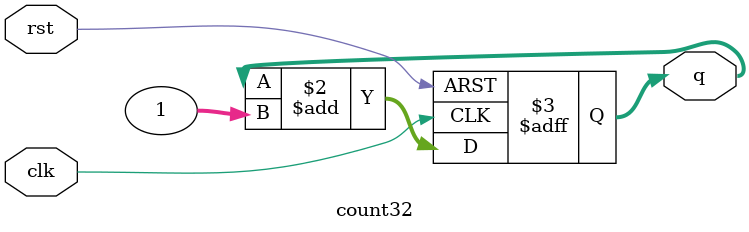
<source format=v>
`timescale 1ns / 1ps
module count32(clk, rst, q);
input clk, rst;
output [31:0] q;

reg [31:0] q;

always @ (posedge clk, posedge rst)
    if (rst) q <= 32'b0;
    else q <= q + 32'b1;


endmodule

</source>
